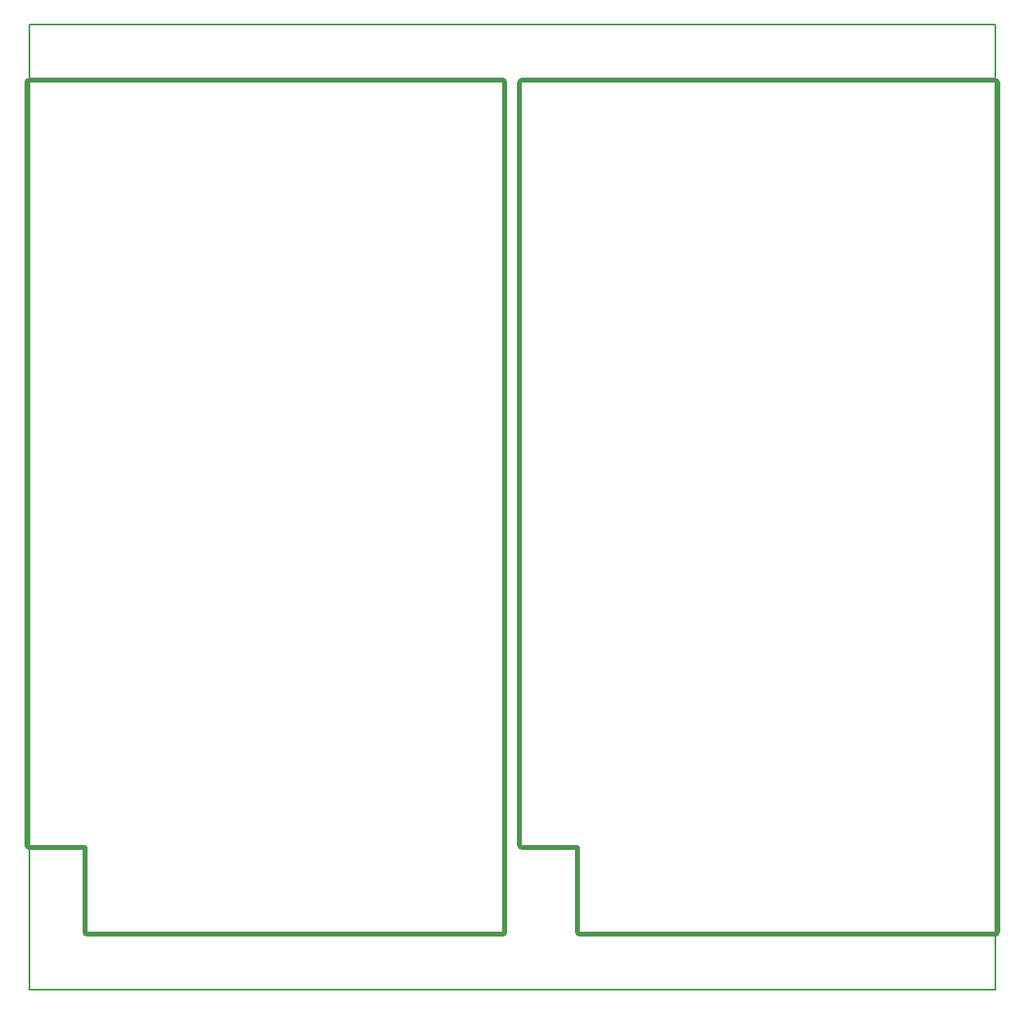
<source format=gko>
G04*
G04 #@! TF.GenerationSoftware,Altium Limited,Altium Designer,21.3.2 (30)*
G04*
G04 Layer_Color=16711935*
%FSLAX25Y25*%
%MOIN*%
G70*
G04*
G04 #@! TF.SameCoordinates,6AF4B204-6769-45D0-A42D-1EC1730201C4*
G04*
G04*
G04 #@! TF.FilePolarity,Positive*
G04*
G01*
G75*
%ADD38C,0.00787*%
%ADD99C,0.01968*%
D38*
X0Y0D02*
Y393701D01*
X393701D01*
Y0D02*
Y393701D01*
X0Y0D02*
X393701D01*
D99*
X193898Y370079D02*
G03*
X192913Y371063I-984J0D01*
G01*
X193898Y370079D02*
G03*
X192913Y371063I-984J0D01*
G01*
Y22638D02*
G03*
X193898Y23622I0J984D01*
G01*
X192913Y22638D02*
G03*
X193898Y23622I0J984D01*
G01*
X22638D02*
G03*
X23622Y22638I984J0D01*
G01*
X0Y371063D02*
G03*
X-984Y370079I0J-984D01*
G01*
X0Y371063D02*
G03*
X-984Y370079I0J-984D01*
G01*
X22638Y23622D02*
G03*
X23622Y22638I984J0D01*
G01*
X-984Y59055D02*
G03*
X0Y58071I984J0D01*
G01*
X-984Y59055D02*
G03*
X0Y58071I984J0D01*
G01*
X193898Y23622D02*
Y370079D01*
X23622Y22638D02*
X192913D01*
X0Y371063D02*
X192913D01*
X22638Y23622D02*
Y58071D01*
X0D02*
X22638D01*
X-984Y59055D02*
Y370079D01*
X394685D02*
G03*
X393701Y371063I-984J0D01*
G01*
X394685Y370079D02*
G03*
X393701Y371063I-984J0D01*
G01*
Y22638D02*
G03*
X394685Y23622I0J984D01*
G01*
X393701Y22638D02*
G03*
X394685Y23622I0J984D01*
G01*
X223425D02*
G03*
X224410Y22638I984J0D01*
G01*
X200787Y371063D02*
G03*
X199803Y370079I0J-984D01*
G01*
X200787Y371063D02*
G03*
X199803Y370079I0J-984D01*
G01*
X223425Y23622D02*
G03*
X224410Y22638I984J0D01*
G01*
X199803Y59055D02*
G03*
X200787Y58071I984J0D01*
G01*
X199803Y59055D02*
G03*
X200787Y58071I984J0D01*
G01*
X394685Y23622D02*
Y370079D01*
X224410Y22638D02*
X393701D01*
X200787Y371063D02*
X393701D01*
X223425Y23622D02*
Y58071D01*
X200787D02*
X223425D01*
X199803Y59055D02*
Y370079D01*
M02*

</source>
